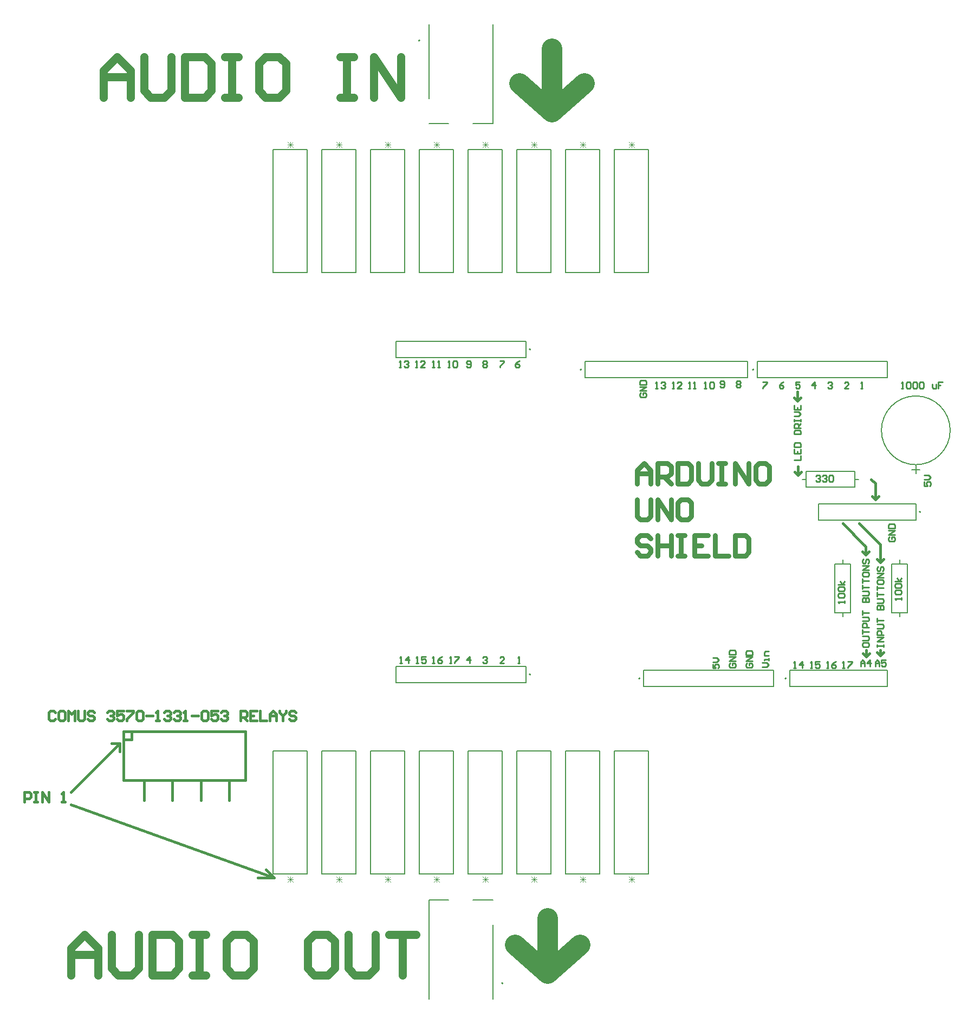
<source format=gbr>
%TF.GenerationSoftware,Altium Limited,Altium Designer,24.0.1 (36)*%
G04 Layer_Color=16777215*
%FSLAX45Y45*%
%MOMM*%
%TF.SameCoordinates,866D2BB3-0181-4888-B1A9-34DB4857F756*%
%TF.FilePolarity,Positive*%
%TF.FileFunction,Legend,Top*%
%TF.Part,Single*%
G01*
G75*
%TA.AperFunction,NonConductor*%
%ADD21C,0.38100*%
%ADD22C,0.20000*%
%ADD23C,0.15240*%
%ADD24C,0.25400*%
%ADD25C,0.12700*%
%ADD26C,3.17500*%
%ADD27C,0.76200*%
%ADD28C,1.27000*%
%ADD29C,0.07620*%
D21*
X6324600Y-546100D02*
G03*
X6315620Y-524420I-30660J0D01*
G01*
X5270500Y571500D02*
X5321300Y622300D01*
X5219699Y622301D02*
X5270499Y571501D01*
X5270500Y571500D02*
Y711201D01*
X6413500Y508000D02*
X6477000Y444500D01*
Y190500D02*
X6527800Y241300D01*
X6426199Y241301D02*
X6476999Y190501D01*
X6477000Y190500D02*
Y444500D01*
X6223000Y-177800D02*
X6553200Y-508000D01*
Y-609600D02*
Y-508000D01*
X5969000Y-177800D02*
X6315620Y-524420D01*
X6324600Y-673100D02*
Y-546100D01*
X-3048000Y-5588000D02*
X-2921000Y-5715000D01*
X-3175000D02*
X-2921000D01*
X-6096000Y-4572000D02*
X-2921000Y-5715000D01*
X5257800Y1733549D02*
Y1873251D01*
X5206999Y1784351D02*
X5257799Y1733551D01*
X5257800Y1733549D02*
X5308600Y1784349D01*
X6502400Y-736600D02*
X6553200Y-787400D01*
X6604000Y-736600D01*
X6553200Y-787400D02*
Y-609600D01*
X6273800Y-622300D02*
X6324600Y-673100D01*
X6375400Y-622300D01*
X6286499Y-2209799D02*
X6337299Y-2260599D01*
X6388099Y-2209799D01*
X6502400Y-2197100D02*
X6553200Y-2247900D01*
X6604000Y-2197100D01*
X6337299Y-2260599D02*
Y-2159000D01*
X6553200Y-2247900D02*
Y-2159000D01*
X-5461000Y-3619500D02*
X-5334000D01*
Y-3746500D02*
Y-3619500D01*
Y-3746500D02*
Y-3683000D01*
Y-3619500D01*
X-6096000Y-4381500D02*
X-5334000Y-3619500D01*
X-5270500Y-3556000D02*
X-5143500D01*
Y-3429000D01*
X-4064000Y-4508500D02*
Y-4191000D01*
X-3619500Y-4508500D02*
Y-4191000D01*
X-4508500Y-4508500D02*
Y-4191000D01*
X-4953000Y-4508500D02*
Y-4191000D01*
X-5270500D02*
X-3365500D01*
Y-3429000D01*
X-5270500D02*
X-3365500D01*
X-5270500Y-4191000D02*
Y-3429000D01*
X-6337333Y-3136941D02*
X-6362725Y-3111549D01*
X-6413508D01*
X-6438900Y-3136941D01*
Y-3238508D01*
X-6413508Y-3263900D01*
X-6362725D01*
X-6337333Y-3238508D01*
X-6210374Y-3111549D02*
X-6261157D01*
X-6286549Y-3136941D01*
Y-3238508D01*
X-6261157Y-3263900D01*
X-6210374D01*
X-6184982Y-3238508D01*
Y-3136941D01*
X-6210374Y-3111549D01*
X-6134199Y-3263900D02*
Y-3111549D01*
X-6083415Y-3162333D01*
X-6032631Y-3111549D01*
Y-3263900D01*
X-5981848Y-3111549D02*
Y-3238508D01*
X-5956456Y-3263900D01*
X-5905672D01*
X-5880281Y-3238508D01*
Y-3111549D01*
X-5727930Y-3136941D02*
X-5753322Y-3111549D01*
X-5804105D01*
X-5829497Y-3136941D01*
Y-3162333D01*
X-5804105Y-3187725D01*
X-5753322D01*
X-5727930Y-3213117D01*
Y-3238508D01*
X-5753322Y-3263900D01*
X-5804105D01*
X-5829497Y-3238508D01*
X-5524796Y-3136941D02*
X-5499404Y-3111549D01*
X-5448620D01*
X-5423228Y-3136941D01*
Y-3162333D01*
X-5448620Y-3187725D01*
X-5474012D01*
X-5448620D01*
X-5423228Y-3213117D01*
Y-3238508D01*
X-5448620Y-3263900D01*
X-5499404D01*
X-5524796Y-3238508D01*
X-5270878Y-3111549D02*
X-5372445D01*
Y-3187725D01*
X-5321661Y-3162333D01*
X-5296270D01*
X-5270878Y-3187725D01*
Y-3238508D01*
X-5296270Y-3263900D01*
X-5347053D01*
X-5372445Y-3238508D01*
X-5220094Y-3111549D02*
X-5118527D01*
Y-3136941D01*
X-5220094Y-3238508D01*
Y-3263900D01*
X-5067743Y-3136941D02*
X-5042352Y-3111549D01*
X-4991568D01*
X-4966176Y-3136941D01*
Y-3238508D01*
X-4991568Y-3263900D01*
X-5042352D01*
X-5067743Y-3238508D01*
Y-3136941D01*
X-4915393Y-3187725D02*
X-4813826D01*
X-4763042Y-3263900D02*
X-4712259D01*
X-4737650D01*
Y-3111549D01*
X-4763042Y-3136941D01*
X-4636083D02*
X-4610691Y-3111549D01*
X-4559908D01*
X-4534516Y-3136941D01*
Y-3162333D01*
X-4559908Y-3187725D01*
X-4585300D01*
X-4559908D01*
X-4534516Y-3213117D01*
Y-3238508D01*
X-4559908Y-3263900D01*
X-4610691D01*
X-4636083Y-3238508D01*
X-4483732Y-3136941D02*
X-4458341Y-3111549D01*
X-4407557D01*
X-4382165Y-3136941D01*
Y-3162333D01*
X-4407557Y-3187725D01*
X-4432949D01*
X-4407557D01*
X-4382165Y-3213117D01*
Y-3238508D01*
X-4407557Y-3263900D01*
X-4458341D01*
X-4483732Y-3238508D01*
X-4331382Y-3263900D02*
X-4280598D01*
X-4305990D01*
Y-3111549D01*
X-4331382Y-3136941D01*
X-4204423Y-3187725D02*
X-4102856D01*
X-4052072Y-3136941D02*
X-4026680Y-3111549D01*
X-3975897D01*
X-3950505Y-3136941D01*
Y-3238508D01*
X-3975897Y-3263900D01*
X-4026680D01*
X-4052072Y-3238508D01*
Y-3136941D01*
X-3798154Y-3111549D02*
X-3899721D01*
Y-3187725D01*
X-3848938Y-3162333D01*
X-3823546D01*
X-3798154Y-3187725D01*
Y-3238508D01*
X-3823546Y-3263900D01*
X-3874330D01*
X-3899721Y-3238508D01*
X-3747371Y-3136941D02*
X-3721979Y-3111549D01*
X-3671195D01*
X-3645803Y-3136941D01*
Y-3162333D01*
X-3671195Y-3187725D01*
X-3696587D01*
X-3671195D01*
X-3645803Y-3213117D01*
Y-3238508D01*
X-3671195Y-3263900D01*
X-3721979D01*
X-3747371Y-3238508D01*
X-3442669Y-3263900D02*
Y-3111549D01*
X-3366494D01*
X-3341102Y-3136941D01*
Y-3187725D01*
X-3366494Y-3213117D01*
X-3442669D01*
X-3391886D02*
X-3341102Y-3263900D01*
X-3188751Y-3111549D02*
X-3290319D01*
Y-3263900D01*
X-3188751D01*
X-3290319Y-3187725D02*
X-3239535D01*
X-3137968Y-3111549D02*
Y-3263900D01*
X-3036401D01*
X-2985617D02*
Y-3162333D01*
X-2934834Y-3111549D01*
X-2884050Y-3162333D01*
Y-3263900D01*
Y-3187725D01*
X-2985617D01*
X-2833266Y-3111549D02*
Y-3136941D01*
X-2782483Y-3187725D01*
X-2731699Y-3136941D01*
Y-3111549D01*
X-2782483Y-3187725D02*
Y-3263900D01*
X-2579348Y-3136941D02*
X-2604740Y-3111549D01*
X-2655524D01*
X-2680916Y-3136941D01*
Y-3162333D01*
X-2655524Y-3187725D01*
X-2604740D01*
X-2579348Y-3213117D01*
Y-3238508D01*
X-2604740Y-3263900D01*
X-2655524D01*
X-2680916Y-3238508D01*
X-6819900Y-4533900D02*
Y-4381549D01*
X-6743725D01*
X-6718333Y-4406941D01*
Y-4457725D01*
X-6743725Y-4483117D01*
X-6819900D01*
X-6667549Y-4381549D02*
X-6616766D01*
X-6642157D01*
Y-4533900D01*
X-6667549D01*
X-6616766D01*
X-6540590D02*
Y-4381549D01*
X-6439023Y-4533900D01*
Y-4381549D01*
X-6235889Y-4533900D02*
X-6185105D01*
X-6210497D01*
Y-4381549D01*
X-6235889Y-4406941D01*
D22*
X1091000Y2540000D02*
G03*
X1091000Y2540000I-10000J0D01*
G01*
Y-2540000D02*
G03*
X1091000Y-2540000I-10000J0D01*
G01*
X2802499Y-2603499D02*
G03*
X2802499Y-2603499I-10000J0D01*
G01*
X1888099Y2222501D02*
G03*
X1888099Y2222501I-10000J0D01*
G01*
X5088499Y-2603499D02*
G03*
X5088499Y-2603499I-10000J0D01*
G01*
X7187000Y0D02*
G03*
X7187000Y0I-10000J0D01*
G01*
X4580499Y2222501D02*
G03*
X4580499Y2222501I-10000J0D01*
G01*
X660000Y-7366000D02*
G03*
X660000Y-7366000I-10000J0D01*
G01*
X-640000Y7366000D02*
G03*
X-640000Y7366000I-10000J0D01*
G01*
X1016000Y2413000D02*
Y2667000D01*
X-1016000Y2413000D02*
Y2667000D01*
Y2413000D02*
X1016000D01*
X-1016000Y2667000D02*
X1016000D01*
X6983000Y-1574800D02*
Y-812800D01*
X6733000Y-1574800D02*
X6983000D01*
X6733000D02*
Y-812800D01*
X6983000D01*
X6858000D02*
Y-751300D01*
Y-1636300D02*
Y-1574800D01*
X5969000Y-1636300D02*
Y-1574800D01*
Y-812800D02*
Y-751300D01*
X5844000Y-812800D02*
X6094000D01*
X5844000Y-1574800D02*
Y-812800D01*
Y-1574800D02*
X6094000D01*
Y-812800D01*
X-1016000Y-2413000D02*
X1016000D01*
X-1016000Y-2667000D02*
X1016000D01*
X-1016000D02*
Y-2413000D01*
X1016000Y-2667000D02*
Y-2413000D01*
X2857499Y-2730499D02*
X4889499D01*
X2857499Y-2476499D02*
X4889499D01*
Y-2730499D02*
Y-2476499D01*
X2857499Y-2730499D02*
Y-2476499D01*
X1943099Y2095501D02*
X4483099D01*
X1943099Y2349501D02*
X4483099D01*
Y2095501D02*
Y2349501D01*
X1943099Y2095501D02*
Y2349501D01*
X5143499Y-2730499D02*
X6667499D01*
X5143499Y-2476499D02*
X6667499D01*
Y-2730499D02*
Y-2476499D01*
X5143499Y-2730499D02*
Y-2476499D01*
X5397500Y383000D02*
X6159500D01*
X5397500D02*
Y633000D01*
X6159500D01*
Y383000D02*
Y633000D01*
Y508000D02*
X6221000D01*
X5336000D02*
X5397500D01*
X7112000Y-127000D02*
Y127000D01*
X5588000Y-127000D02*
Y127000D01*
Y-127000D02*
X7112000D01*
X5588000Y127000D02*
X7112000D01*
X4635499Y2095501D02*
X6667499D01*
X4635499Y2349501D02*
X6667499D01*
Y2095501D02*
Y2349501D01*
X4635499Y2095501D02*
Y2349501D01*
D23*
X7649210Y1274000D02*
G03*
X7649210Y1274000I-537210J0D01*
G01*
X-114300Y-5661660D02*
Y-3736340D01*
X-647700D02*
X-114300D01*
X-647700Y-5661660D02*
Y-3736340D01*
Y-5661660D02*
X-114300D01*
X-2933700D02*
X-2400300D01*
X-2933700D02*
Y-3736340D01*
X-2400300D01*
Y-5661660D02*
Y-3736340D01*
X-876300Y-5661660D02*
Y-3736340D01*
X-1409700D02*
X-876300D01*
X-1409700Y-5661660D02*
Y-3736340D01*
Y-5661660D02*
X-876300D01*
X-1638300D02*
Y-3736340D01*
X-2171700D02*
X-1638300D01*
X-2171700Y-5661660D02*
Y-3736340D01*
Y-5661660D02*
X-1638300D01*
X2400300Y3736340D02*
Y5661660D01*
Y3736340D02*
X2933700D01*
Y5661660D01*
X2400300D02*
X2933700D01*
X1638300Y3736340D02*
Y5661660D01*
Y3736340D02*
X2171700D01*
Y5661660D01*
X1638300D02*
X2171700D01*
X876300Y3736340D02*
Y5661660D01*
Y3736340D02*
X1409700D01*
Y5661660D01*
X876300D02*
X1409700D01*
X114300Y3736340D02*
Y5661660D01*
Y3736340D02*
X647700D01*
Y5661660D01*
X114300D02*
X647700D01*
X-647700Y3736340D02*
Y5661660D01*
Y3736340D02*
X-114300D01*
Y5661660D01*
X-647700D02*
X-114300D01*
X-1409700Y3736340D02*
Y5661660D01*
Y3736340D02*
X-876300D01*
Y5661660D01*
X-1409700D02*
X-876300D01*
X-2171700Y3736340D02*
Y5661660D01*
Y3736340D02*
X-1638300D01*
Y5661660D01*
X-2171700D02*
X-1638300D01*
X-2933700Y3736340D02*
Y5661660D01*
Y3736340D02*
X-2400300D01*
Y5661660D01*
X-2933700D02*
X-2400300D01*
X2171700Y-5661660D02*
Y-3736340D01*
X1638300D02*
X2171700D01*
X1638300Y-5661660D02*
Y-3736340D01*
Y-5661660D02*
X2171700D01*
X647700D02*
Y-3736340D01*
X114300D02*
X647700D01*
X114300Y-5661660D02*
Y-3736340D01*
Y-5661660D02*
X647700D01*
X1409700D02*
Y-3736340D01*
X876300D02*
X1409700D01*
X876300Y-5661660D02*
Y-3736340D01*
Y-5661660D02*
X1409700D01*
X2933700D02*
Y-3736340D01*
X2400300D02*
X2933700D01*
X2400300Y-5661660D02*
Y-3736340D01*
Y-5661660D02*
X2933700D01*
X7112000Y597090D02*
Y724090D01*
X7048500Y660590D02*
X7175500D01*
D24*
X-3175000Y-5715000D02*
X-2921000D01*
X-711200Y2260600D02*
X-677877D01*
X-694539D01*
Y2360568D01*
X-711200Y2343906D01*
X-561249Y2260600D02*
X-627894D01*
X-561249Y2327245D01*
Y2343906D01*
X-577910Y2360568D01*
X-611232D01*
X-627894Y2343906D01*
X4305299Y2026407D02*
X4321961Y2043069D01*
X4355283D01*
X4371945Y2026407D01*
Y2009746D01*
X4355283Y1993085D01*
X4371945Y1976424D01*
Y1959762D01*
X4355283Y1943101D01*
X4321961D01*
X4305299Y1959762D01*
Y1976424D01*
X4321961Y1993085D01*
X4305299Y2009746D01*
Y2026407D01*
X4321961Y1993085D02*
X4355283D01*
X3936680Y-2378387D02*
Y-2445032D01*
X3986664D01*
X3970003Y-2411710D01*
Y-2395049D01*
X3986664Y-2378387D01*
X4019987D01*
X4036648Y-2395049D01*
Y-2428371D01*
X4019987Y-2445032D01*
X3936680Y-2345065D02*
X4003325D01*
X4036648Y-2311742D01*
X4003325Y-2278420D01*
X3936680D01*
X5208632Y812800D02*
X5308600D01*
Y879445D01*
X5208632Y979413D02*
Y912768D01*
X5308600D01*
Y979413D01*
X5258616Y912768D02*
Y946090D01*
X5208632Y1012736D02*
X5308600D01*
Y1062719D01*
X5291939Y1079381D01*
X5225294D01*
X5208632Y1062719D01*
Y1012736D01*
Y1212671D02*
X5308600D01*
Y1262655D01*
X5291939Y1279316D01*
X5225294D01*
X5208632Y1262655D01*
Y1212671D01*
X5308600Y1312639D02*
X5208632D01*
Y1362623D01*
X5225294Y1379284D01*
X5258616D01*
X5275277Y1362623D01*
Y1312639D01*
Y1345961D02*
X5308600Y1379284D01*
X5208632Y1412607D02*
Y1445929D01*
Y1429268D01*
X5308600D01*
Y1412607D01*
Y1445929D01*
X5208632Y1495913D02*
X5275277D01*
X5308600Y1529236D01*
X5275277Y1562558D01*
X5208632D01*
Y1662526D02*
Y1595881D01*
X5308600D01*
Y1662526D01*
X5258616Y1595881D02*
Y1629203D01*
X2812294Y1857345D02*
X2795632Y1840684D01*
Y1807361D01*
X2812294Y1790700D01*
X2878939D01*
X2895600Y1807361D01*
Y1840684D01*
X2878939Y1857345D01*
X2845616D01*
Y1824023D01*
X2895600Y1890668D02*
X2795632D01*
X2895600Y1957313D01*
X2795632D01*
Y1990636D02*
X2895600D01*
Y2040619D01*
X2878939Y2057281D01*
X2812294D01*
X2795632Y2040619D01*
Y1990636D01*
X5460999Y-2438399D02*
X5494322D01*
X5477661D01*
Y-2338431D01*
X5460999Y-2355093D01*
X5610951Y-2338431D02*
X5544306D01*
Y-2388415D01*
X5577628Y-2371754D01*
X5594290D01*
X5610951Y-2388415D01*
Y-2421738D01*
X5594290Y-2438399D01*
X5560967D01*
X5544306Y-2421738D01*
X4211422Y-2364665D02*
X4194760Y-2381326D01*
Y-2414649D01*
X4211422Y-2431310D01*
X4278067D01*
X4294728Y-2414649D01*
Y-2381326D01*
X4278067Y-2364665D01*
X4244744D01*
Y-2397988D01*
X4294728Y-2331343D02*
X4194760D01*
X4294728Y-2264698D01*
X4194760D01*
Y-2231375D02*
X4294728D01*
Y-2181391D01*
X4278067Y-2164730D01*
X4211422D01*
X4194760Y-2181391D01*
Y-2231375D01*
X676245Y-2362200D02*
X609600D01*
X676245Y-2295555D01*
Y-2278894D01*
X659584Y-2262232D01*
X626261D01*
X609600Y-2278894D01*
X5549900Y553206D02*
X5566561Y569868D01*
X5599884D01*
X5616545Y553206D01*
Y536545D01*
X5599884Y519884D01*
X5583223D01*
X5599884D01*
X5616545Y503223D01*
Y486561D01*
X5599884Y469900D01*
X5566561D01*
X5549900Y486561D01*
X5649868Y553206D02*
X5666529Y569868D01*
X5699852D01*
X5716513Y553206D01*
Y536545D01*
X5699852Y519884D01*
X5683190D01*
X5699852D01*
X5716513Y503223D01*
Y486561D01*
X5699852Y469900D01*
X5666529D01*
X5649868Y486561D01*
X5749836Y553206D02*
X5766497Y569868D01*
X5799819D01*
X5816481Y553206D01*
Y486561D01*
X5799819Y469900D01*
X5766497D01*
X5749836Y486561D01*
Y553206D01*
X3807773Y1931816D02*
X3841096D01*
X3824435D01*
Y2031784D01*
X3807773Y2015123D01*
X3891080D02*
X3907741Y2031784D01*
X3941064D01*
X3957725Y2015123D01*
Y1948478D01*
X3941064Y1931816D01*
X3907741D01*
X3891080Y1948478D01*
Y2015123D01*
X6698494Y-390555D02*
X6681832Y-407216D01*
Y-440539D01*
X6698494Y-457200D01*
X6765139D01*
X6781800Y-440539D01*
Y-407216D01*
X6765139Y-390555D01*
X6731816D01*
Y-423877D01*
X6781800Y-357232D02*
X6681832D01*
X6781800Y-290587D01*
X6681832D01*
Y-257264D02*
X6781800D01*
Y-207281D01*
X6765139Y-190619D01*
X6698494D01*
X6681832Y-207281D01*
Y-257264D01*
X342900Y2343906D02*
X359561Y2360568D01*
X392884D01*
X409545Y2343906D01*
Y2327245D01*
X392884Y2310584D01*
X409545Y2293923D01*
Y2277261D01*
X392884Y2260600D01*
X359561D01*
X342900Y2277261D01*
Y2293923D01*
X359561Y2310584D01*
X342900Y2327245D01*
Y2343906D01*
X359561Y2310584D02*
X392884D01*
X-203200Y2260600D02*
X-169877D01*
X-186539D01*
Y2360568D01*
X-203200Y2343906D01*
X-119894D02*
X-103232Y2360568D01*
X-69910D01*
X-53249Y2343906D01*
Y2277261D01*
X-69910Y2260600D01*
X-103232D01*
X-119894Y2277261D01*
Y2343906D01*
X-177800Y-2362200D02*
X-144477D01*
X-161139D01*
Y-2262232D01*
X-177800Y-2278894D01*
X-94494Y-2262232D02*
X-27849D01*
Y-2278894D01*
X-94494Y-2345539D01*
Y-2362200D01*
X6883400Y-1371600D02*
Y-1338277D01*
Y-1354938D01*
X6783432D01*
X6800093Y-1371600D01*
Y-1288293D02*
X6783432Y-1271632D01*
Y-1238309D01*
X6800093Y-1221648D01*
X6866738D01*
X6883400Y-1238309D01*
Y-1271632D01*
X6866738Y-1288293D01*
X6800093D01*
Y-1188326D02*
X6783432Y-1171664D01*
Y-1138342D01*
X6800093Y-1121681D01*
X6866738D01*
X6883400Y-1138342D01*
Y-1171664D01*
X6866738Y-1188326D01*
X6800093D01*
X6883400Y-1088358D02*
X6783432D01*
X6850077D02*
X6816755Y-1038374D01*
X6850077Y-1088358D02*
X6883400Y-1038374D01*
X-698501Y-2362199D02*
X-665178D01*
X-681839D01*
Y-2262231D01*
X-698501Y-2278893D01*
X-548549Y-2262231D02*
X-615194D01*
Y-2312215D01*
X-581872Y-2295554D01*
X-565210D01*
X-548549Y-2312215D01*
Y-2345538D01*
X-565210Y-2362199D01*
X-598533D01*
X-615194Y-2345538D01*
X-444500Y2260600D02*
X-411177D01*
X-427839D01*
Y2360568D01*
X-444500Y2343906D01*
X-361194Y2260600D02*
X-327871D01*
X-344532D01*
Y2360568D01*
X-361194Y2343906D01*
X889000Y-2362200D02*
X922323D01*
X905661D01*
Y-2262232D01*
X889000Y-2278894D01*
X340673Y-2277477D02*
X357335Y-2260816D01*
X390657D01*
X407318Y-2277477D01*
Y-2294139D01*
X390657Y-2310800D01*
X373996D01*
X390657D01*
X407318Y-2327461D01*
Y-2344122D01*
X390657Y-2360784D01*
X357335D01*
X340673Y-2344122D01*
X5738173Y2015123D02*
X5754835Y2031784D01*
X5788157D01*
X5804818Y2015123D01*
Y1998461D01*
X5788157Y1981800D01*
X5771496D01*
X5788157D01*
X5804818Y1965139D01*
Y1948478D01*
X5788157Y1931816D01*
X5754835D01*
X5738173Y1948478D01*
X6883400Y1930400D02*
X6916723D01*
X6900061D01*
Y2030368D01*
X6883400Y2013706D01*
X6966706D02*
X6983368Y2030368D01*
X7016690D01*
X7033351Y2013706D01*
Y1947061D01*
X7016690Y1930400D01*
X6983368D01*
X6966706Y1947061D01*
Y2013706D01*
X7066674D02*
X7083336Y2030368D01*
X7116658D01*
X7133319Y2013706D01*
Y1947061D01*
X7116658Y1930400D01*
X7083336D01*
X7066674Y1947061D01*
Y2013706D01*
X7166642D02*
X7183303Y2030368D01*
X7216626D01*
X7233287Y2013706D01*
Y1947061D01*
X7216626Y1930400D01*
X7183303D01*
X7166642Y1947061D01*
Y2013706D01*
X7366578Y1997045D02*
Y1947061D01*
X7383239Y1930400D01*
X7433223D01*
Y1997045D01*
X7533190Y2030368D02*
X7466545D01*
Y1980384D01*
X7499868D01*
X7466545D01*
Y1930400D01*
X136657Y-2360784D02*
Y-2260816D01*
X86673Y-2310800D01*
X153318D01*
X7240632Y473045D02*
Y406400D01*
X7290616D01*
X7273955Y439723D01*
Y456384D01*
X7290616Y473045D01*
X7323939D01*
X7340600Y456384D01*
Y423061D01*
X7323939Y406400D01*
X7240632Y506368D02*
X7307277D01*
X7340600Y539690D01*
X7307277Y573013D01*
X7240632D01*
X5966773Y-2436984D02*
X6000096D01*
X5983435D01*
Y-2337016D01*
X5966773Y-2353677D01*
X6050080Y-2337016D02*
X6116725D01*
Y-2353677D01*
X6050080Y-2420322D01*
Y-2436984D01*
X3045773Y1931816D02*
X3079096D01*
X3062435D01*
Y2031784D01*
X3045773Y2015123D01*
X3129080D02*
X3145741Y2031784D01*
X3179064D01*
X3195725Y2015123D01*
Y1998461D01*
X3179064Y1981800D01*
X3162402D01*
X3179064D01*
X3195725Y1965139D01*
Y1948478D01*
X3179064Y1931816D01*
X3145741D01*
X3129080Y1948478D01*
X6248400Y-2413000D02*
Y-2346355D01*
X6281723Y-2313032D01*
X6315045Y-2346355D01*
Y-2413000D01*
Y-2363016D01*
X6248400D01*
X6398352Y-2413000D02*
Y-2313032D01*
X6348368Y-2363016D01*
X6415013D01*
X5714999Y-2438399D02*
X5748322D01*
X5731661D01*
Y-2338431D01*
X5714999Y-2355093D01*
X5864951Y-2338431D02*
X5831628Y-2355093D01*
X5798306Y-2388415D01*
Y-2421738D01*
X5814967Y-2438399D01*
X5848290D01*
X5864951Y-2421738D01*
Y-2405076D01*
X5848290Y-2388415D01*
X5798306D01*
X5994400Y-1422400D02*
Y-1389077D01*
Y-1405738D01*
X5894432D01*
X5911093Y-1422400D01*
Y-1339093D02*
X5894432Y-1322432D01*
Y-1289109D01*
X5911093Y-1272448D01*
X5977738D01*
X5994400Y-1289109D01*
Y-1322432D01*
X5977738Y-1339093D01*
X5911093D01*
Y-1239126D02*
X5894432Y-1222464D01*
Y-1189142D01*
X5911093Y-1172481D01*
X5977738D01*
X5994400Y-1189142D01*
Y-1222464D01*
X5977738Y-1239126D01*
X5911093D01*
X5994400Y-1139158D02*
X5894432D01*
X5961077D02*
X5927755Y-1089174D01*
X5961077Y-1139158D02*
X5994400Y-1089174D01*
X-444501Y-2362199D02*
X-411178D01*
X-427839D01*
Y-2262231D01*
X-444501Y-2278893D01*
X-294549Y-2262231D02*
X-327872Y-2278893D01*
X-361194Y-2312215D01*
Y-2345538D01*
X-344533Y-2362199D01*
X-311210D01*
X-294549Y-2345538D01*
Y-2328876D01*
X-311210Y-2312215D01*
X-361194D01*
X6275432Y-2058216D02*
Y-2091539D01*
X6292094Y-2108200D01*
X6358739D01*
X6375400Y-2091539D01*
Y-2058216D01*
X6358739Y-2041555D01*
X6292094D01*
X6275432Y-2058216D01*
Y-2008232D02*
X6358739D01*
X6375400Y-1991571D01*
Y-1958248D01*
X6358739Y-1941587D01*
X6275432D01*
Y-1908264D02*
Y-1841619D01*
Y-1874942D01*
X6375400D01*
Y-1808297D02*
X6275432D01*
Y-1758313D01*
X6292094Y-1741652D01*
X6325416D01*
X6342077Y-1758313D01*
Y-1808297D01*
X6275432Y-1708329D02*
X6358739D01*
X6375400Y-1691667D01*
Y-1658345D01*
X6358739Y-1641684D01*
X6275432D01*
Y-1608361D02*
Y-1541716D01*
Y-1575039D01*
X6375400D01*
X6275432Y-1408425D02*
X6375400D01*
Y-1358442D01*
X6358739Y-1341780D01*
X6342077D01*
X6325416Y-1358442D01*
Y-1408425D01*
Y-1358442D01*
X6308755Y-1341780D01*
X6292094D01*
X6275432Y-1358442D01*
Y-1408425D01*
Y-1308458D02*
X6358739D01*
X6375400Y-1291796D01*
Y-1258474D01*
X6358739Y-1241813D01*
X6275432D01*
Y-1208490D02*
Y-1141845D01*
Y-1175167D01*
X6375400D01*
X6275432Y-1108522D02*
Y-1041877D01*
Y-1075200D01*
X6375400D01*
X6275432Y-958570D02*
Y-991893D01*
X6292094Y-1008554D01*
X6358739D01*
X6375400Y-991893D01*
Y-958570D01*
X6358739Y-941909D01*
X6292094D01*
X6275432Y-958570D01*
X6375400Y-908586D02*
X6275432D01*
X6375400Y-841941D01*
X6275432D01*
X6292094Y-741974D02*
X6275432Y-758635D01*
Y-791957D01*
X6292094Y-808619D01*
X6308755D01*
X6325416Y-791957D01*
Y-758635D01*
X6342077Y-741974D01*
X6358739D01*
X6375400Y-758635D01*
Y-791957D01*
X6358739Y-808619D01*
X3301999Y1930401D02*
X3335322D01*
X3318661D01*
Y2030369D01*
X3301999Y2013707D01*
X3451951Y1930401D02*
X3385306D01*
X3451951Y1997046D01*
Y2013707D01*
X3435290Y2030369D01*
X3401967D01*
X3385306Y2013707D01*
X6248400Y1930400D02*
X6281723D01*
X6265061D01*
Y2030368D01*
X6248400Y2013706D01*
X6061045Y1930401D02*
X5994399D01*
X6061045Y1997046D01*
Y2013707D01*
X6044383Y2030369D01*
X6011061D01*
X5994399Y2013707D01*
X88900Y2277261D02*
X105561Y2260600D01*
X138884D01*
X155545Y2277261D01*
Y2343906D01*
X138884Y2360568D01*
X105561D01*
X88900Y2343906D01*
Y2327245D01*
X105561Y2310584D01*
X155545D01*
X-954727Y-2360784D02*
X-921404D01*
X-938065D01*
Y-2260816D01*
X-954727Y-2277477D01*
X-821436Y-2360784D02*
Y-2260816D01*
X-871420Y-2310800D01*
X-804775D01*
X6477000Y-2413000D02*
Y-2346355D01*
X6510323Y-2313032D01*
X6543645Y-2346355D01*
Y-2413000D01*
Y-2363016D01*
X6477000D01*
X6643613Y-2313032D02*
X6576968D01*
Y-2363016D01*
X6610290Y-2346355D01*
X6626952D01*
X6643613Y-2363016D01*
Y-2396339D01*
X6626952Y-2413000D01*
X6593629D01*
X6576968Y-2396339D01*
X-965200Y2260600D02*
X-931877D01*
X-948539D01*
Y2360568D01*
X-965200Y2343906D01*
X-881894D02*
X-865232Y2360568D01*
X-831910D01*
X-815249Y2343906D01*
Y2327245D01*
X-831910Y2310584D01*
X-848571D01*
X-831910D01*
X-815249Y2293923D01*
Y2277261D01*
X-831910Y2260600D01*
X-865232D01*
X-881894Y2277261D01*
X4722173Y2031784D02*
X4788818D01*
Y2015123D01*
X4722173Y1948478D01*
Y1931816D01*
X4472959Y-2366864D02*
X4456297Y-2383526D01*
Y-2416848D01*
X4472959Y-2433509D01*
X4539604D01*
X4556265Y-2416848D01*
Y-2383526D01*
X4539604Y-2366864D01*
X4506281D01*
Y-2400187D01*
X4556265Y-2333542D02*
X4456297D01*
X4556265Y-2266897D01*
X4456297D01*
Y-2233574D02*
X4556265D01*
Y-2183590D01*
X4539604Y-2166929D01*
X4472959D01*
X4456297Y-2183590D01*
Y-2233574D01*
X5204773Y-2436984D02*
X5238096D01*
X5221435D01*
Y-2337016D01*
X5204773Y-2353677D01*
X5338064Y-2436984D02*
Y-2337016D01*
X5288080Y-2387000D01*
X5354725D01*
X5534157Y1931816D02*
Y2031784D01*
X5484173Y1981800D01*
X5550818D01*
X5299045Y2030369D02*
X5232399D01*
Y1980385D01*
X5265722Y1997046D01*
X5282383D01*
X5299045Y1980385D01*
Y1947062D01*
X5282383Y1930401D01*
X5249061D01*
X5232399Y1947062D01*
X609600Y2360568D02*
X676245D01*
Y2343906D01*
X609600Y2277261D01*
Y2260600D01*
X5045045Y2030369D02*
X5011722Y2013707D01*
X4978399Y1980385D01*
Y1947062D01*
X4995061Y1930401D01*
X5028383D01*
X5045045Y1947062D01*
Y1963724D01*
X5028383Y1980385D01*
X4978399D01*
X3555999Y1930401D02*
X3589322D01*
X3572661D01*
Y2030369D01*
X3555999Y2013707D01*
X3639306Y1930401D02*
X3672628D01*
X3655967D01*
Y2030369D01*
X3639306Y2013707D01*
X4713332Y-2425699D02*
X4779977D01*
X4813299Y-2392376D01*
X4779977Y-2359054D01*
X4713332D01*
X4813299Y-2325731D02*
Y-2292409D01*
Y-2309070D01*
X4746654D01*
Y-2325731D01*
X4813299Y-2242425D02*
X4746654D01*
Y-2192441D01*
X4763316Y-2175780D01*
X4813299D01*
X6504032Y-2108200D02*
Y-2074877D01*
Y-2091539D01*
X6604000D01*
Y-2108200D01*
Y-2074877D01*
Y-2024894D02*
X6504032D01*
X6604000Y-1958249D01*
X6504032D01*
X6604000Y-1924926D02*
X6504032D01*
Y-1874942D01*
X6520694Y-1858281D01*
X6554016D01*
X6570677Y-1874942D01*
Y-1924926D01*
X6504032Y-1824958D02*
X6587339D01*
X6604000Y-1808297D01*
Y-1774974D01*
X6587339Y-1758313D01*
X6504032D01*
Y-1724990D02*
Y-1658345D01*
Y-1691668D01*
X6604000D01*
X6504032Y-1525055D02*
X6604000D01*
Y-1475071D01*
X6587339Y-1458410D01*
X6570677D01*
X6554016Y-1475071D01*
Y-1525055D01*
Y-1475071D01*
X6537355Y-1458410D01*
X6520694D01*
X6504032Y-1475071D01*
Y-1525055D01*
Y-1425087D02*
X6587339D01*
X6604000Y-1408425D01*
Y-1375103D01*
X6587339Y-1358442D01*
X6504032D01*
Y-1325119D02*
Y-1258474D01*
Y-1291797D01*
X6604000D01*
X6504032Y-1225151D02*
Y-1158506D01*
Y-1191829D01*
X6604000D01*
X6504032Y-1075200D02*
Y-1108522D01*
X6520694Y-1125183D01*
X6587339D01*
X6604000Y-1108522D01*
Y-1075200D01*
X6587339Y-1058538D01*
X6520694D01*
X6504032Y-1075200D01*
X6604000Y-1025216D02*
X6504032D01*
X6604000Y-958571D01*
X6504032D01*
X6520694Y-858603D02*
X6504032Y-875264D01*
Y-908586D01*
X6520694Y-925248D01*
X6537355D01*
X6554016Y-908586D01*
Y-875264D01*
X6570677Y-858603D01*
X6587339D01*
X6604000Y-875264D01*
Y-908586D01*
X6587339Y-925248D01*
X917545Y2360568D02*
X884223Y2343906D01*
X850900Y2310584D01*
Y2277261D01*
X867561Y2260600D01*
X900884D01*
X917545Y2277261D01*
Y2293923D01*
X900884Y2310584D01*
X850900D01*
X4051299Y1959762D02*
X4067961Y1943101D01*
X4101283D01*
X4117945Y1959762D01*
Y2026407D01*
X4101283Y2043069D01*
X4067961D01*
X4051299Y2026407D01*
Y2009746D01*
X4067961Y1993085D01*
X4117945D01*
D25*
X-500000Y-6066000D02*
X-192000D01*
X192000D02*
X500000D01*
Y-7616000D02*
Y-6458000D01*
X-500000Y-7616000D02*
Y-6066000D01*
X192000Y6066000D02*
X500000D01*
X-500000D02*
X-192000D01*
X-500000Y6458000D02*
Y7616000D01*
X500000Y6066000D02*
Y7616000D01*
D26*
X1361692Y-7214738D02*
X1869692Y-6770238D01*
X853692D02*
X1361692Y-7214738D01*
Y-7151238D02*
Y-6350000D01*
X1425192Y6310762D02*
Y7239000D01*
X917192Y6691762D02*
X1425192Y6247262D01*
X1933192Y6691762D01*
D27*
X2755900Y441714D02*
Y653312D01*
X2861699Y759111D01*
X2967498Y653312D01*
Y441714D01*
Y600412D01*
X2755900D01*
X3073297Y441714D02*
Y759111D01*
X3231996D01*
X3284896Y706211D01*
Y600412D01*
X3231996Y547513D01*
X3073297D01*
X3179097D02*
X3284896Y441714D01*
X3390695Y759111D02*
Y441714D01*
X3549393D01*
X3602293Y494613D01*
Y706211D01*
X3549393Y759111D01*
X3390695D01*
X3708092D02*
Y494613D01*
X3760992Y441714D01*
X3866791D01*
X3919690Y494613D01*
Y759111D01*
X4025490D02*
X4131289D01*
X4078389D01*
Y441714D01*
X4025490D01*
X4131289D01*
X4289987D02*
Y759111D01*
X4501586Y441714D01*
Y759111D01*
X4766083D02*
X4660284D01*
X4607385Y706211D01*
Y494613D01*
X4660284Y441714D01*
X4766083D01*
X4818983Y494613D01*
Y706211D01*
X4766083Y759111D01*
X2755900Y195354D02*
Y-69144D01*
X2808800Y-122043D01*
X2914599D01*
X2967498Y-69144D01*
Y195354D01*
X3073297Y-122043D02*
Y195354D01*
X3284896Y-122043D01*
Y195354D01*
X3549393D02*
X3443594D01*
X3390695Y142455D01*
Y-69144D01*
X3443594Y-122043D01*
X3549393D01*
X3602293Y-69144D01*
Y142455D01*
X3549393Y195354D01*
X2967498Y-421302D02*
X2914599Y-368403D01*
X2808800D01*
X2755900Y-421302D01*
Y-474202D01*
X2808800Y-527101D01*
X2914599D01*
X2967498Y-580001D01*
Y-632900D01*
X2914599Y-685800D01*
X2808800D01*
X2755900Y-632900D01*
X3073297Y-368403D02*
Y-685800D01*
Y-527101D01*
X3284896D01*
Y-368403D01*
Y-685800D01*
X3390695Y-368403D02*
X3496494D01*
X3443594D01*
Y-685800D01*
X3390695D01*
X3496494D01*
X3866791Y-368403D02*
X3655193D01*
Y-685800D01*
X3866791D01*
X3655193Y-527101D02*
X3760992D01*
X3972590Y-368403D02*
Y-685800D01*
X4184188D01*
X4289987Y-368403D02*
Y-685800D01*
X4448686D01*
X4501586Y-632900D01*
Y-421302D01*
X4448686Y-368403D01*
X4289987D01*
D28*
X-6096000Y-7239000D02*
Y-6815803D01*
X-5884402Y-6604205D01*
X-5672803Y-6815803D01*
Y-7239000D01*
Y-6921603D01*
X-6096000D01*
X-5461205Y-6604205D02*
Y-7133201D01*
X-5355406Y-7239000D01*
X-5143808D01*
X-5038009Y-7133201D01*
Y-6604205D01*
X-4826410D02*
Y-7239000D01*
X-4509013D01*
X-4403214Y-7133201D01*
Y-6710004D01*
X-4509013Y-6604205D01*
X-4826410D01*
X-4191616D02*
X-3980017D01*
X-4085817D01*
Y-7239000D01*
X-4191616D01*
X-3980017D01*
X-3345223Y-6604205D02*
X-3556821D01*
X-3662620Y-6710004D01*
Y-7133201D01*
X-3556821Y-7239000D01*
X-3345223D01*
X-3239424Y-7133201D01*
Y-6710004D01*
X-3345223Y-6604205D01*
X-2075633D02*
X-2287231D01*
X-2393031Y-6710004D01*
Y-7133201D01*
X-2287231Y-7239000D01*
X-2075633D01*
X-1969834Y-7133201D01*
Y-6710004D01*
X-2075633Y-6604205D01*
X-1758236D02*
Y-7133201D01*
X-1652437Y-7239000D01*
X-1440838D01*
X-1335039Y-7133201D01*
Y-6604205D01*
X-1123441D02*
X-700244D01*
X-911843D01*
Y-7239000D01*
X-5588000Y6477000D02*
Y6900197D01*
X-5376402Y7111795D01*
X-5164803Y6900197D01*
Y6477000D01*
Y6794397D01*
X-5588000D01*
X-4953205Y7111795D02*
Y6582799D01*
X-4847406Y6477000D01*
X-4635808D01*
X-4530009Y6582799D01*
Y7111795D01*
X-4318410D02*
Y6477000D01*
X-4001013D01*
X-3895214Y6582799D01*
Y7005996D01*
X-4001013Y7111795D01*
X-4318410D01*
X-3683616D02*
X-3472017D01*
X-3577817D01*
Y6477000D01*
X-3683616D01*
X-3472017D01*
X-2837223Y7111795D02*
X-3048821D01*
X-3154620Y7005996D01*
Y6582799D01*
X-3048821Y6477000D01*
X-2837223D01*
X-2731424Y6582799D01*
Y7005996D01*
X-2837223Y7111795D01*
X-1885031D02*
X-1673432D01*
X-1779231D01*
Y6477000D01*
X-1885031D01*
X-1673432D01*
X-1356035D02*
Y7111795D01*
X-932838Y6477000D01*
Y7111795D01*
D29*
X-423299Y-5782310D02*
X-338660Y-5697671D01*
Y-5782310D02*
X-423299Y-5697671D01*
X-380979Y-5782310D02*
Y-5697671D01*
X-338660Y-5739990D02*
X-423299D01*
X-2709299Y-5782310D02*
X-2624660Y-5697671D01*
Y-5782310D02*
X-2709299Y-5697671D01*
X-2666979Y-5782310D02*
Y-5697671D01*
X-2624660Y-5739990D02*
X-2709299D01*
X-1185299Y-5782310D02*
X-1100660Y-5697671D01*
Y-5782310D02*
X-1185299Y-5697671D01*
X-1142979Y-5782310D02*
Y-5697671D01*
X-1100660Y-5739990D02*
X-1185299D01*
X-1947299Y-5782310D02*
X-1862660Y-5697671D01*
Y-5782310D02*
X-1947299Y-5697671D01*
X-1904979Y-5782310D02*
Y-5697671D01*
X-1862660Y-5739990D02*
X-1947299D01*
X2709299Y5782310D02*
X2624660Y5697671D01*
Y5782310D02*
X2709299Y5697671D01*
X2666979Y5782310D02*
Y5697671D01*
X2624660Y5739990D02*
X2709299D01*
X1947299Y5782310D02*
X1862660Y5697671D01*
Y5782310D02*
X1947299Y5697671D01*
X1904979Y5782310D02*
Y5697671D01*
X1862660Y5739990D02*
X1947299D01*
X1185299Y5782310D02*
X1100660Y5697671D01*
Y5782310D02*
X1185299Y5697671D01*
X1142979Y5782310D02*
Y5697671D01*
X1100660Y5739990D02*
X1185299D01*
X423299Y5782310D02*
X338660Y5697671D01*
Y5782310D02*
X423299Y5697671D01*
X380979Y5782310D02*
Y5697671D01*
X338660Y5739990D02*
X423299D01*
X-338701Y5782310D02*
X-423340Y5697671D01*
Y5782310D02*
X-338701Y5697671D01*
X-381021Y5782310D02*
Y5697671D01*
X-423340Y5739990D02*
X-338701D01*
X-1100701Y5782310D02*
X-1185340Y5697671D01*
Y5782310D02*
X-1100701Y5697671D01*
X-1143021Y5782310D02*
Y5697671D01*
X-1185340Y5739990D02*
X-1100701D01*
X-1862701Y5782310D02*
X-1947340Y5697671D01*
Y5782310D02*
X-1862701Y5697671D01*
X-1905021Y5782310D02*
Y5697671D01*
X-1947340Y5739990D02*
X-1862701D01*
X-2624701Y5782310D02*
X-2709340Y5697671D01*
Y5782310D02*
X-2624701Y5697671D01*
X-2667021Y5782310D02*
Y5697671D01*
X-2709340Y5739990D02*
X-2624701D01*
X1862701Y-5782310D02*
X1947340Y-5697671D01*
Y-5782310D02*
X1862701Y-5697671D01*
X1905021Y-5782310D02*
Y-5697671D01*
X1947340Y-5739990D02*
X1862701D01*
X338701Y-5782310D02*
X423340Y-5697671D01*
Y-5782310D02*
X338701Y-5697671D01*
X381021Y-5782310D02*
Y-5697671D01*
X423340Y-5739990D02*
X338701D01*
X1100701Y-5782310D02*
X1185340Y-5697671D01*
Y-5782310D02*
X1100701Y-5697671D01*
X1143021Y-5782310D02*
Y-5697671D01*
X1185340Y-5739990D02*
X1100701D01*
X2624701Y-5782310D02*
X2709340Y-5697671D01*
Y-5782310D02*
X2624701Y-5697671D01*
X2667021Y-5782310D02*
Y-5697671D01*
X2709340Y-5739990D02*
X2624701D01*
%TF.MD5,84b5ef75bd33a2305e070f01c9821298*%
M02*

</source>
